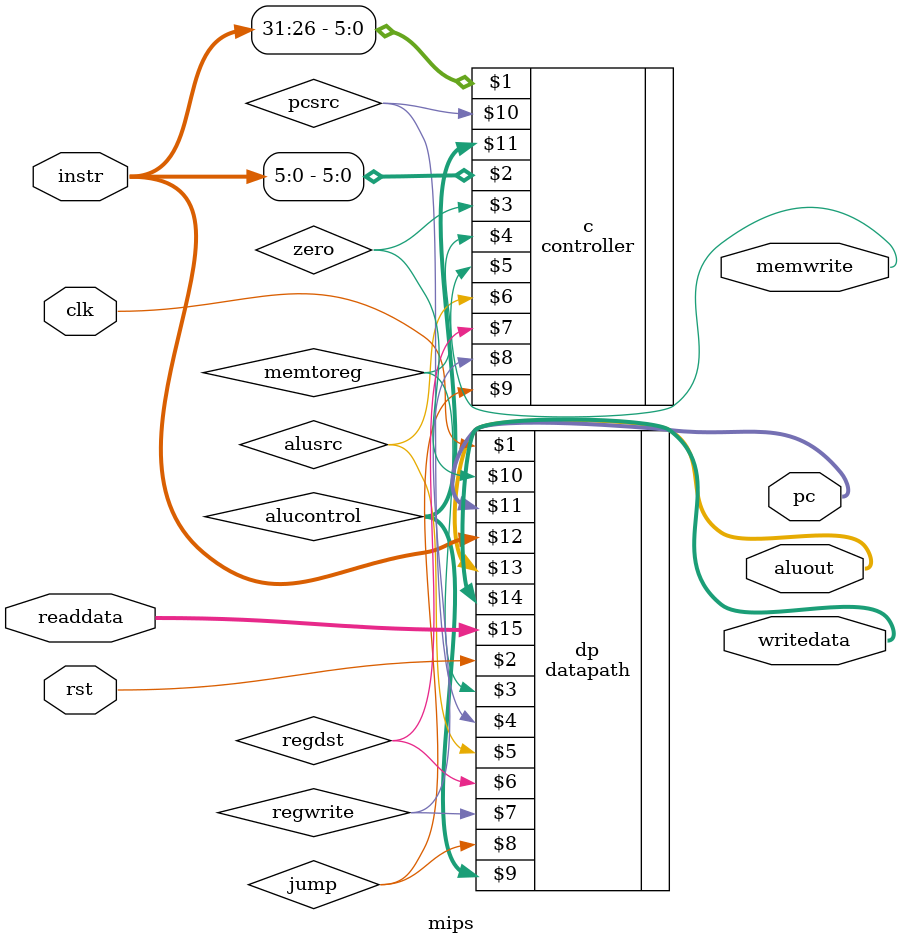
<source format=v>
`timescale 1ns / 1ps

module mips(
	input wire clk,rst,
	output wire[31:0] pc,
	input wire[31:0] instr,
	output wire memwrite,
	output wire[31:0] aluout,writedata,
	input wire[31:0] readdata 
    );
	
	wire memtoreg,alusrc,regdst,regwrite,jump,pcsrc,zero,overflow;
	wire[2:0] alucontrol;
	controller c(instr[31:26],instr[5:0],zero,memtoreg,memwrite,alusrc,regdst,regwrite,jump,pcsrc,alucontrol);
	datapath dp(clk,rst,memtoreg,pcsrc,alusrc,regdst,regwrite,jump,alucontrol,zero,pc,instr,aluout,writedata,readdata);
	
endmodule


</source>
